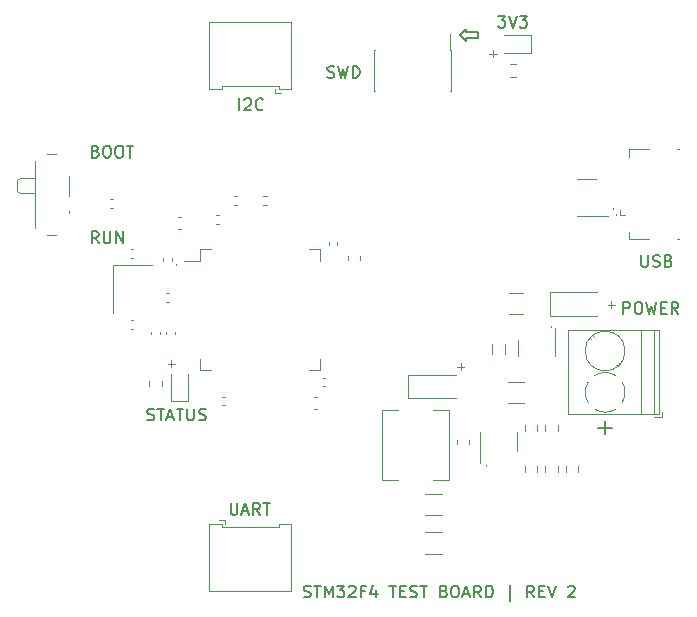
<source format=gbr>
%TF.GenerationSoftware,KiCad,Pcbnew,7.0.5*%
%TF.CreationDate,2023-06-12T20:17:58-07:00*%
%TF.ProjectId,kicad_tutorial,6b696361-645f-4747-9574-6f7269616c2e,rev?*%
%TF.SameCoordinates,Original*%
%TF.FileFunction,Legend,Top*%
%TF.FilePolarity,Positive*%
%FSLAX46Y46*%
G04 Gerber Fmt 4.6, Leading zero omitted, Abs format (unit mm)*
G04 Created by KiCad (PCBNEW 7.0.5) date 2023-06-12 20:17:58*
%MOMM*%
%LPD*%
G01*
G04 APERTURE LIST*
%ADD10C,0.150000*%
%ADD11C,0.100000*%
%ADD12C,0.120000*%
G04 APERTURE END LIST*
D10*
X143539160Y-124072200D02*
X143682017Y-124119819D01*
X143682017Y-124119819D02*
X143920112Y-124119819D01*
X143920112Y-124119819D02*
X144015350Y-124072200D01*
X144015350Y-124072200D02*
X144062969Y-124024580D01*
X144062969Y-124024580D02*
X144110588Y-123929342D01*
X144110588Y-123929342D02*
X144110588Y-123834104D01*
X144110588Y-123834104D02*
X144062969Y-123738866D01*
X144062969Y-123738866D02*
X144015350Y-123691247D01*
X144015350Y-123691247D02*
X143920112Y-123643628D01*
X143920112Y-123643628D02*
X143729636Y-123596009D01*
X143729636Y-123596009D02*
X143634398Y-123548390D01*
X143634398Y-123548390D02*
X143586779Y-123500771D01*
X143586779Y-123500771D02*
X143539160Y-123405533D01*
X143539160Y-123405533D02*
X143539160Y-123310295D01*
X143539160Y-123310295D02*
X143586779Y-123215057D01*
X143586779Y-123215057D02*
X143634398Y-123167438D01*
X143634398Y-123167438D02*
X143729636Y-123119819D01*
X143729636Y-123119819D02*
X143967731Y-123119819D01*
X143967731Y-123119819D02*
X144110588Y-123167438D01*
X144396303Y-123119819D02*
X144967731Y-123119819D01*
X144682017Y-124119819D02*
X144682017Y-123119819D01*
X145301065Y-124119819D02*
X145301065Y-123119819D01*
X145301065Y-123119819D02*
X145634398Y-123834104D01*
X145634398Y-123834104D02*
X145967731Y-123119819D01*
X145967731Y-123119819D02*
X145967731Y-124119819D01*
X146348684Y-123119819D02*
X146967731Y-123119819D01*
X146967731Y-123119819D02*
X146634398Y-123500771D01*
X146634398Y-123500771D02*
X146777255Y-123500771D01*
X146777255Y-123500771D02*
X146872493Y-123548390D01*
X146872493Y-123548390D02*
X146920112Y-123596009D01*
X146920112Y-123596009D02*
X146967731Y-123691247D01*
X146967731Y-123691247D02*
X146967731Y-123929342D01*
X146967731Y-123929342D02*
X146920112Y-124024580D01*
X146920112Y-124024580D02*
X146872493Y-124072200D01*
X146872493Y-124072200D02*
X146777255Y-124119819D01*
X146777255Y-124119819D02*
X146491541Y-124119819D01*
X146491541Y-124119819D02*
X146396303Y-124072200D01*
X146396303Y-124072200D02*
X146348684Y-124024580D01*
X147348684Y-123215057D02*
X147396303Y-123167438D01*
X147396303Y-123167438D02*
X147491541Y-123119819D01*
X147491541Y-123119819D02*
X147729636Y-123119819D01*
X147729636Y-123119819D02*
X147824874Y-123167438D01*
X147824874Y-123167438D02*
X147872493Y-123215057D01*
X147872493Y-123215057D02*
X147920112Y-123310295D01*
X147920112Y-123310295D02*
X147920112Y-123405533D01*
X147920112Y-123405533D02*
X147872493Y-123548390D01*
X147872493Y-123548390D02*
X147301065Y-124119819D01*
X147301065Y-124119819D02*
X147920112Y-124119819D01*
X148682017Y-123596009D02*
X148348684Y-123596009D01*
X148348684Y-124119819D02*
X148348684Y-123119819D01*
X148348684Y-123119819D02*
X148824874Y-123119819D01*
X149634398Y-123453152D02*
X149634398Y-124119819D01*
X149396303Y-123072200D02*
X149158208Y-123786485D01*
X149158208Y-123786485D02*
X149777255Y-123786485D01*
X150777256Y-123119819D02*
X151348684Y-123119819D01*
X151062970Y-124119819D02*
X151062970Y-123119819D01*
X151682018Y-123596009D02*
X152015351Y-123596009D01*
X152158208Y-124119819D02*
X151682018Y-124119819D01*
X151682018Y-124119819D02*
X151682018Y-123119819D01*
X151682018Y-123119819D02*
X152158208Y-123119819D01*
X152539161Y-124072200D02*
X152682018Y-124119819D01*
X152682018Y-124119819D02*
X152920113Y-124119819D01*
X152920113Y-124119819D02*
X153015351Y-124072200D01*
X153015351Y-124072200D02*
X153062970Y-124024580D01*
X153062970Y-124024580D02*
X153110589Y-123929342D01*
X153110589Y-123929342D02*
X153110589Y-123834104D01*
X153110589Y-123834104D02*
X153062970Y-123738866D01*
X153062970Y-123738866D02*
X153015351Y-123691247D01*
X153015351Y-123691247D02*
X152920113Y-123643628D01*
X152920113Y-123643628D02*
X152729637Y-123596009D01*
X152729637Y-123596009D02*
X152634399Y-123548390D01*
X152634399Y-123548390D02*
X152586780Y-123500771D01*
X152586780Y-123500771D02*
X152539161Y-123405533D01*
X152539161Y-123405533D02*
X152539161Y-123310295D01*
X152539161Y-123310295D02*
X152586780Y-123215057D01*
X152586780Y-123215057D02*
X152634399Y-123167438D01*
X152634399Y-123167438D02*
X152729637Y-123119819D01*
X152729637Y-123119819D02*
X152967732Y-123119819D01*
X152967732Y-123119819D02*
X153110589Y-123167438D01*
X153396304Y-123119819D02*
X153967732Y-123119819D01*
X153682018Y-124119819D02*
X153682018Y-123119819D01*
X155396304Y-123596009D02*
X155539161Y-123643628D01*
X155539161Y-123643628D02*
X155586780Y-123691247D01*
X155586780Y-123691247D02*
X155634399Y-123786485D01*
X155634399Y-123786485D02*
X155634399Y-123929342D01*
X155634399Y-123929342D02*
X155586780Y-124024580D01*
X155586780Y-124024580D02*
X155539161Y-124072200D01*
X155539161Y-124072200D02*
X155443923Y-124119819D01*
X155443923Y-124119819D02*
X155062971Y-124119819D01*
X155062971Y-124119819D02*
X155062971Y-123119819D01*
X155062971Y-123119819D02*
X155396304Y-123119819D01*
X155396304Y-123119819D02*
X155491542Y-123167438D01*
X155491542Y-123167438D02*
X155539161Y-123215057D01*
X155539161Y-123215057D02*
X155586780Y-123310295D01*
X155586780Y-123310295D02*
X155586780Y-123405533D01*
X155586780Y-123405533D02*
X155539161Y-123500771D01*
X155539161Y-123500771D02*
X155491542Y-123548390D01*
X155491542Y-123548390D02*
X155396304Y-123596009D01*
X155396304Y-123596009D02*
X155062971Y-123596009D01*
X156253447Y-123119819D02*
X156443923Y-123119819D01*
X156443923Y-123119819D02*
X156539161Y-123167438D01*
X156539161Y-123167438D02*
X156634399Y-123262676D01*
X156634399Y-123262676D02*
X156682018Y-123453152D01*
X156682018Y-123453152D02*
X156682018Y-123786485D01*
X156682018Y-123786485D02*
X156634399Y-123976961D01*
X156634399Y-123976961D02*
X156539161Y-124072200D01*
X156539161Y-124072200D02*
X156443923Y-124119819D01*
X156443923Y-124119819D02*
X156253447Y-124119819D01*
X156253447Y-124119819D02*
X156158209Y-124072200D01*
X156158209Y-124072200D02*
X156062971Y-123976961D01*
X156062971Y-123976961D02*
X156015352Y-123786485D01*
X156015352Y-123786485D02*
X156015352Y-123453152D01*
X156015352Y-123453152D02*
X156062971Y-123262676D01*
X156062971Y-123262676D02*
X156158209Y-123167438D01*
X156158209Y-123167438D02*
X156253447Y-123119819D01*
X157062971Y-123834104D02*
X157539161Y-123834104D01*
X156967733Y-124119819D02*
X157301066Y-123119819D01*
X157301066Y-123119819D02*
X157634399Y-124119819D01*
X158539161Y-124119819D02*
X158205828Y-123643628D01*
X157967733Y-124119819D02*
X157967733Y-123119819D01*
X157967733Y-123119819D02*
X158348685Y-123119819D01*
X158348685Y-123119819D02*
X158443923Y-123167438D01*
X158443923Y-123167438D02*
X158491542Y-123215057D01*
X158491542Y-123215057D02*
X158539161Y-123310295D01*
X158539161Y-123310295D02*
X158539161Y-123453152D01*
X158539161Y-123453152D02*
X158491542Y-123548390D01*
X158491542Y-123548390D02*
X158443923Y-123596009D01*
X158443923Y-123596009D02*
X158348685Y-123643628D01*
X158348685Y-123643628D02*
X157967733Y-123643628D01*
X158967733Y-124119819D02*
X158967733Y-123119819D01*
X158967733Y-123119819D02*
X159205828Y-123119819D01*
X159205828Y-123119819D02*
X159348685Y-123167438D01*
X159348685Y-123167438D02*
X159443923Y-123262676D01*
X159443923Y-123262676D02*
X159491542Y-123357914D01*
X159491542Y-123357914D02*
X159539161Y-123548390D01*
X159539161Y-123548390D02*
X159539161Y-123691247D01*
X159539161Y-123691247D02*
X159491542Y-123881723D01*
X159491542Y-123881723D02*
X159443923Y-123976961D01*
X159443923Y-123976961D02*
X159348685Y-124072200D01*
X159348685Y-124072200D02*
X159205828Y-124119819D01*
X159205828Y-124119819D02*
X158967733Y-124119819D01*
X160967733Y-124453152D02*
X160967733Y-123024580D01*
X163015352Y-124119819D02*
X162682019Y-123643628D01*
X162443924Y-124119819D02*
X162443924Y-123119819D01*
X162443924Y-123119819D02*
X162824876Y-123119819D01*
X162824876Y-123119819D02*
X162920114Y-123167438D01*
X162920114Y-123167438D02*
X162967733Y-123215057D01*
X162967733Y-123215057D02*
X163015352Y-123310295D01*
X163015352Y-123310295D02*
X163015352Y-123453152D01*
X163015352Y-123453152D02*
X162967733Y-123548390D01*
X162967733Y-123548390D02*
X162920114Y-123596009D01*
X162920114Y-123596009D02*
X162824876Y-123643628D01*
X162824876Y-123643628D02*
X162443924Y-123643628D01*
X163443924Y-123596009D02*
X163777257Y-123596009D01*
X163920114Y-124119819D02*
X163443924Y-124119819D01*
X163443924Y-124119819D02*
X163443924Y-123119819D01*
X163443924Y-123119819D02*
X163920114Y-123119819D01*
X164205829Y-123119819D02*
X164539162Y-124119819D01*
X164539162Y-124119819D02*
X164872495Y-123119819D01*
X165920115Y-123215057D02*
X165967734Y-123167438D01*
X165967734Y-123167438D02*
X166062972Y-123119819D01*
X166062972Y-123119819D02*
X166301067Y-123119819D01*
X166301067Y-123119819D02*
X166396305Y-123167438D01*
X166396305Y-123167438D02*
X166443924Y-123215057D01*
X166443924Y-123215057D02*
X166491543Y-123310295D01*
X166491543Y-123310295D02*
X166491543Y-123405533D01*
X166491543Y-123405533D02*
X166443924Y-123548390D01*
X166443924Y-123548390D02*
X165872496Y-124119819D01*
X165872496Y-124119819D02*
X166491543Y-124119819D01*
X126158207Y-94119819D02*
X125824874Y-93643628D01*
X125586779Y-94119819D02*
X125586779Y-93119819D01*
X125586779Y-93119819D02*
X125967731Y-93119819D01*
X125967731Y-93119819D02*
X126062969Y-93167438D01*
X126062969Y-93167438D02*
X126110588Y-93215057D01*
X126110588Y-93215057D02*
X126158207Y-93310295D01*
X126158207Y-93310295D02*
X126158207Y-93453152D01*
X126158207Y-93453152D02*
X126110588Y-93548390D01*
X126110588Y-93548390D02*
X126062969Y-93596009D01*
X126062969Y-93596009D02*
X125967731Y-93643628D01*
X125967731Y-93643628D02*
X125586779Y-93643628D01*
X126586779Y-93119819D02*
X126586779Y-93929342D01*
X126586779Y-93929342D02*
X126634398Y-94024580D01*
X126634398Y-94024580D02*
X126682017Y-94072200D01*
X126682017Y-94072200D02*
X126777255Y-94119819D01*
X126777255Y-94119819D02*
X126967731Y-94119819D01*
X126967731Y-94119819D02*
X127062969Y-94072200D01*
X127062969Y-94072200D02*
X127110588Y-94024580D01*
X127110588Y-94024580D02*
X127158207Y-93929342D01*
X127158207Y-93929342D02*
X127158207Y-93119819D01*
X127634398Y-94119819D02*
X127634398Y-93119819D01*
X127634398Y-93119819D02*
X128205826Y-94119819D01*
X128205826Y-94119819D02*
X128205826Y-93119819D01*
D11*
X159256265Y-78092133D02*
X159865789Y-78092133D01*
X159561027Y-78396895D02*
X159561027Y-77787371D01*
X132006265Y-104342133D02*
X132615789Y-104342133D01*
X132311027Y-104646895D02*
X132311027Y-104037371D01*
D10*
X168455826Y-109737200D02*
X169598684Y-109737200D01*
X169027255Y-110308628D02*
X169027255Y-109165771D01*
D11*
X156506265Y-104592133D02*
X157115789Y-104592133D01*
X156811027Y-104896895D02*
X156811027Y-104287371D01*
X169256265Y-99342133D02*
X169865789Y-99342133D01*
X169561027Y-99646895D02*
X169561027Y-99037371D01*
D10*
X170000001Y-91750000D02*
G75*
G03*
X170000001Y-91750000I-1J0D01*
G01*
X157250000Y-76250000D02*
X158250000Y-76250000D01*
X158250000Y-76750000D01*
X157250000Y-76750000D01*
X157250000Y-77000000D01*
X156750000Y-76500000D01*
X157250000Y-76000000D01*
X157250000Y-76250000D01*
X169750001Y-91250000D02*
G75*
G03*
X169750001Y-91250000I-1J0D01*
G01*
X164500001Y-101250000D02*
G75*
G03*
X164500001Y-101250000I-1J0D01*
G01*
X159000001Y-113000000D02*
G75*
G03*
X159000001Y-113000000I-1J0D01*
G01*
X132750001Y-96000000D02*
G75*
G03*
X132750001Y-96000000I-1J0D01*
G01*
X130289160Y-109072200D02*
X130432017Y-109119819D01*
X130432017Y-109119819D02*
X130670112Y-109119819D01*
X130670112Y-109119819D02*
X130765350Y-109072200D01*
X130765350Y-109072200D02*
X130812969Y-109024580D01*
X130812969Y-109024580D02*
X130860588Y-108929342D01*
X130860588Y-108929342D02*
X130860588Y-108834104D01*
X130860588Y-108834104D02*
X130812969Y-108738866D01*
X130812969Y-108738866D02*
X130765350Y-108691247D01*
X130765350Y-108691247D02*
X130670112Y-108643628D01*
X130670112Y-108643628D02*
X130479636Y-108596009D01*
X130479636Y-108596009D02*
X130384398Y-108548390D01*
X130384398Y-108548390D02*
X130336779Y-108500771D01*
X130336779Y-108500771D02*
X130289160Y-108405533D01*
X130289160Y-108405533D02*
X130289160Y-108310295D01*
X130289160Y-108310295D02*
X130336779Y-108215057D01*
X130336779Y-108215057D02*
X130384398Y-108167438D01*
X130384398Y-108167438D02*
X130479636Y-108119819D01*
X130479636Y-108119819D02*
X130717731Y-108119819D01*
X130717731Y-108119819D02*
X130860588Y-108167438D01*
X131146303Y-108119819D02*
X131717731Y-108119819D01*
X131432017Y-109119819D02*
X131432017Y-108119819D01*
X132003446Y-108834104D02*
X132479636Y-108834104D01*
X131908208Y-109119819D02*
X132241541Y-108119819D01*
X132241541Y-108119819D02*
X132574874Y-109119819D01*
X132765351Y-108119819D02*
X133336779Y-108119819D01*
X133051065Y-109119819D02*
X133051065Y-108119819D01*
X133670113Y-108119819D02*
X133670113Y-108929342D01*
X133670113Y-108929342D02*
X133717732Y-109024580D01*
X133717732Y-109024580D02*
X133765351Y-109072200D01*
X133765351Y-109072200D02*
X133860589Y-109119819D01*
X133860589Y-109119819D02*
X134051065Y-109119819D01*
X134051065Y-109119819D02*
X134146303Y-109072200D01*
X134146303Y-109072200D02*
X134193922Y-109024580D01*
X134193922Y-109024580D02*
X134241541Y-108929342D01*
X134241541Y-108929342D02*
X134241541Y-108119819D01*
X134670113Y-109072200D02*
X134812970Y-109119819D01*
X134812970Y-109119819D02*
X135051065Y-109119819D01*
X135051065Y-109119819D02*
X135146303Y-109072200D01*
X135146303Y-109072200D02*
X135193922Y-109024580D01*
X135193922Y-109024580D02*
X135241541Y-108929342D01*
X135241541Y-108929342D02*
X135241541Y-108834104D01*
X135241541Y-108834104D02*
X135193922Y-108738866D01*
X135193922Y-108738866D02*
X135146303Y-108691247D01*
X135146303Y-108691247D02*
X135051065Y-108643628D01*
X135051065Y-108643628D02*
X134860589Y-108596009D01*
X134860589Y-108596009D02*
X134765351Y-108548390D01*
X134765351Y-108548390D02*
X134717732Y-108500771D01*
X134717732Y-108500771D02*
X134670113Y-108405533D01*
X134670113Y-108405533D02*
X134670113Y-108310295D01*
X134670113Y-108310295D02*
X134717732Y-108215057D01*
X134717732Y-108215057D02*
X134765351Y-108167438D01*
X134765351Y-108167438D02*
X134860589Y-108119819D01*
X134860589Y-108119819D02*
X135098684Y-108119819D01*
X135098684Y-108119819D02*
X135241541Y-108167438D01*
X159991541Y-74869819D02*
X160610588Y-74869819D01*
X160610588Y-74869819D02*
X160277255Y-75250771D01*
X160277255Y-75250771D02*
X160420112Y-75250771D01*
X160420112Y-75250771D02*
X160515350Y-75298390D01*
X160515350Y-75298390D02*
X160562969Y-75346009D01*
X160562969Y-75346009D02*
X160610588Y-75441247D01*
X160610588Y-75441247D02*
X160610588Y-75679342D01*
X160610588Y-75679342D02*
X160562969Y-75774580D01*
X160562969Y-75774580D02*
X160515350Y-75822200D01*
X160515350Y-75822200D02*
X160420112Y-75869819D01*
X160420112Y-75869819D02*
X160134398Y-75869819D01*
X160134398Y-75869819D02*
X160039160Y-75822200D01*
X160039160Y-75822200D02*
X159991541Y-75774580D01*
X160896303Y-74869819D02*
X161229636Y-75869819D01*
X161229636Y-75869819D02*
X161562969Y-74869819D01*
X161801065Y-74869819D02*
X162420112Y-74869819D01*
X162420112Y-74869819D02*
X162086779Y-75250771D01*
X162086779Y-75250771D02*
X162229636Y-75250771D01*
X162229636Y-75250771D02*
X162324874Y-75298390D01*
X162324874Y-75298390D02*
X162372493Y-75346009D01*
X162372493Y-75346009D02*
X162420112Y-75441247D01*
X162420112Y-75441247D02*
X162420112Y-75679342D01*
X162420112Y-75679342D02*
X162372493Y-75774580D01*
X162372493Y-75774580D02*
X162324874Y-75822200D01*
X162324874Y-75822200D02*
X162229636Y-75869819D01*
X162229636Y-75869819D02*
X161943922Y-75869819D01*
X161943922Y-75869819D02*
X161848684Y-75822200D01*
X161848684Y-75822200D02*
X161801065Y-75774580D01*
X145539160Y-80072200D02*
X145682017Y-80119819D01*
X145682017Y-80119819D02*
X145920112Y-80119819D01*
X145920112Y-80119819D02*
X146015350Y-80072200D01*
X146015350Y-80072200D02*
X146062969Y-80024580D01*
X146062969Y-80024580D02*
X146110588Y-79929342D01*
X146110588Y-79929342D02*
X146110588Y-79834104D01*
X146110588Y-79834104D02*
X146062969Y-79738866D01*
X146062969Y-79738866D02*
X146015350Y-79691247D01*
X146015350Y-79691247D02*
X145920112Y-79643628D01*
X145920112Y-79643628D02*
X145729636Y-79596009D01*
X145729636Y-79596009D02*
X145634398Y-79548390D01*
X145634398Y-79548390D02*
X145586779Y-79500771D01*
X145586779Y-79500771D02*
X145539160Y-79405533D01*
X145539160Y-79405533D02*
X145539160Y-79310295D01*
X145539160Y-79310295D02*
X145586779Y-79215057D01*
X145586779Y-79215057D02*
X145634398Y-79167438D01*
X145634398Y-79167438D02*
X145729636Y-79119819D01*
X145729636Y-79119819D02*
X145967731Y-79119819D01*
X145967731Y-79119819D02*
X146110588Y-79167438D01*
X146443922Y-79119819D02*
X146682017Y-80119819D01*
X146682017Y-80119819D02*
X146872493Y-79405533D01*
X146872493Y-79405533D02*
X147062969Y-80119819D01*
X147062969Y-80119819D02*
X147301065Y-79119819D01*
X147682017Y-80119819D02*
X147682017Y-79119819D01*
X147682017Y-79119819D02*
X147920112Y-79119819D01*
X147920112Y-79119819D02*
X148062969Y-79167438D01*
X148062969Y-79167438D02*
X148158207Y-79262676D01*
X148158207Y-79262676D02*
X148205826Y-79357914D01*
X148205826Y-79357914D02*
X148253445Y-79548390D01*
X148253445Y-79548390D02*
X148253445Y-79691247D01*
X148253445Y-79691247D02*
X148205826Y-79881723D01*
X148205826Y-79881723D02*
X148158207Y-79976961D01*
X148158207Y-79976961D02*
X148062969Y-80072200D01*
X148062969Y-80072200D02*
X147920112Y-80119819D01*
X147920112Y-80119819D02*
X147682017Y-80119819D01*
X125920112Y-86346009D02*
X126062969Y-86393628D01*
X126062969Y-86393628D02*
X126110588Y-86441247D01*
X126110588Y-86441247D02*
X126158207Y-86536485D01*
X126158207Y-86536485D02*
X126158207Y-86679342D01*
X126158207Y-86679342D02*
X126110588Y-86774580D01*
X126110588Y-86774580D02*
X126062969Y-86822200D01*
X126062969Y-86822200D02*
X125967731Y-86869819D01*
X125967731Y-86869819D02*
X125586779Y-86869819D01*
X125586779Y-86869819D02*
X125586779Y-85869819D01*
X125586779Y-85869819D02*
X125920112Y-85869819D01*
X125920112Y-85869819D02*
X126015350Y-85917438D01*
X126015350Y-85917438D02*
X126062969Y-85965057D01*
X126062969Y-85965057D02*
X126110588Y-86060295D01*
X126110588Y-86060295D02*
X126110588Y-86155533D01*
X126110588Y-86155533D02*
X126062969Y-86250771D01*
X126062969Y-86250771D02*
X126015350Y-86298390D01*
X126015350Y-86298390D02*
X125920112Y-86346009D01*
X125920112Y-86346009D02*
X125586779Y-86346009D01*
X126777255Y-85869819D02*
X126967731Y-85869819D01*
X126967731Y-85869819D02*
X127062969Y-85917438D01*
X127062969Y-85917438D02*
X127158207Y-86012676D01*
X127158207Y-86012676D02*
X127205826Y-86203152D01*
X127205826Y-86203152D02*
X127205826Y-86536485D01*
X127205826Y-86536485D02*
X127158207Y-86726961D01*
X127158207Y-86726961D02*
X127062969Y-86822200D01*
X127062969Y-86822200D02*
X126967731Y-86869819D01*
X126967731Y-86869819D02*
X126777255Y-86869819D01*
X126777255Y-86869819D02*
X126682017Y-86822200D01*
X126682017Y-86822200D02*
X126586779Y-86726961D01*
X126586779Y-86726961D02*
X126539160Y-86536485D01*
X126539160Y-86536485D02*
X126539160Y-86203152D01*
X126539160Y-86203152D02*
X126586779Y-86012676D01*
X126586779Y-86012676D02*
X126682017Y-85917438D01*
X126682017Y-85917438D02*
X126777255Y-85869819D01*
X127824874Y-85869819D02*
X128015350Y-85869819D01*
X128015350Y-85869819D02*
X128110588Y-85917438D01*
X128110588Y-85917438D02*
X128205826Y-86012676D01*
X128205826Y-86012676D02*
X128253445Y-86203152D01*
X128253445Y-86203152D02*
X128253445Y-86536485D01*
X128253445Y-86536485D02*
X128205826Y-86726961D01*
X128205826Y-86726961D02*
X128110588Y-86822200D01*
X128110588Y-86822200D02*
X128015350Y-86869819D01*
X128015350Y-86869819D02*
X127824874Y-86869819D01*
X127824874Y-86869819D02*
X127729636Y-86822200D01*
X127729636Y-86822200D02*
X127634398Y-86726961D01*
X127634398Y-86726961D02*
X127586779Y-86536485D01*
X127586779Y-86536485D02*
X127586779Y-86203152D01*
X127586779Y-86203152D02*
X127634398Y-86012676D01*
X127634398Y-86012676D02*
X127729636Y-85917438D01*
X127729636Y-85917438D02*
X127824874Y-85869819D01*
X128539160Y-85869819D02*
X129110588Y-85869819D01*
X128824874Y-86869819D02*
X128824874Y-85869819D01*
X170586779Y-100119819D02*
X170586779Y-99119819D01*
X170586779Y-99119819D02*
X170967731Y-99119819D01*
X170967731Y-99119819D02*
X171062969Y-99167438D01*
X171062969Y-99167438D02*
X171110588Y-99215057D01*
X171110588Y-99215057D02*
X171158207Y-99310295D01*
X171158207Y-99310295D02*
X171158207Y-99453152D01*
X171158207Y-99453152D02*
X171110588Y-99548390D01*
X171110588Y-99548390D02*
X171062969Y-99596009D01*
X171062969Y-99596009D02*
X170967731Y-99643628D01*
X170967731Y-99643628D02*
X170586779Y-99643628D01*
X171777255Y-99119819D02*
X171967731Y-99119819D01*
X171967731Y-99119819D02*
X172062969Y-99167438D01*
X172062969Y-99167438D02*
X172158207Y-99262676D01*
X172158207Y-99262676D02*
X172205826Y-99453152D01*
X172205826Y-99453152D02*
X172205826Y-99786485D01*
X172205826Y-99786485D02*
X172158207Y-99976961D01*
X172158207Y-99976961D02*
X172062969Y-100072200D01*
X172062969Y-100072200D02*
X171967731Y-100119819D01*
X171967731Y-100119819D02*
X171777255Y-100119819D01*
X171777255Y-100119819D02*
X171682017Y-100072200D01*
X171682017Y-100072200D02*
X171586779Y-99976961D01*
X171586779Y-99976961D02*
X171539160Y-99786485D01*
X171539160Y-99786485D02*
X171539160Y-99453152D01*
X171539160Y-99453152D02*
X171586779Y-99262676D01*
X171586779Y-99262676D02*
X171682017Y-99167438D01*
X171682017Y-99167438D02*
X171777255Y-99119819D01*
X172539160Y-99119819D02*
X172777255Y-100119819D01*
X172777255Y-100119819D02*
X172967731Y-99405533D01*
X172967731Y-99405533D02*
X173158207Y-100119819D01*
X173158207Y-100119819D02*
X173396303Y-99119819D01*
X173777255Y-99596009D02*
X174110588Y-99596009D01*
X174253445Y-100119819D02*
X173777255Y-100119819D01*
X173777255Y-100119819D02*
X173777255Y-99119819D01*
X173777255Y-99119819D02*
X174253445Y-99119819D01*
X175253445Y-100119819D02*
X174920112Y-99643628D01*
X174682017Y-100119819D02*
X174682017Y-99119819D01*
X174682017Y-99119819D02*
X175062969Y-99119819D01*
X175062969Y-99119819D02*
X175158207Y-99167438D01*
X175158207Y-99167438D02*
X175205826Y-99215057D01*
X175205826Y-99215057D02*
X175253445Y-99310295D01*
X175253445Y-99310295D02*
X175253445Y-99453152D01*
X175253445Y-99453152D02*
X175205826Y-99548390D01*
X175205826Y-99548390D02*
X175158207Y-99596009D01*
X175158207Y-99596009D02*
X175062969Y-99643628D01*
X175062969Y-99643628D02*
X174682017Y-99643628D01*
X172086779Y-95119819D02*
X172086779Y-95929342D01*
X172086779Y-95929342D02*
X172134398Y-96024580D01*
X172134398Y-96024580D02*
X172182017Y-96072200D01*
X172182017Y-96072200D02*
X172277255Y-96119819D01*
X172277255Y-96119819D02*
X172467731Y-96119819D01*
X172467731Y-96119819D02*
X172562969Y-96072200D01*
X172562969Y-96072200D02*
X172610588Y-96024580D01*
X172610588Y-96024580D02*
X172658207Y-95929342D01*
X172658207Y-95929342D02*
X172658207Y-95119819D01*
X173086779Y-96072200D02*
X173229636Y-96119819D01*
X173229636Y-96119819D02*
X173467731Y-96119819D01*
X173467731Y-96119819D02*
X173562969Y-96072200D01*
X173562969Y-96072200D02*
X173610588Y-96024580D01*
X173610588Y-96024580D02*
X173658207Y-95929342D01*
X173658207Y-95929342D02*
X173658207Y-95834104D01*
X173658207Y-95834104D02*
X173610588Y-95738866D01*
X173610588Y-95738866D02*
X173562969Y-95691247D01*
X173562969Y-95691247D02*
X173467731Y-95643628D01*
X173467731Y-95643628D02*
X173277255Y-95596009D01*
X173277255Y-95596009D02*
X173182017Y-95548390D01*
X173182017Y-95548390D02*
X173134398Y-95500771D01*
X173134398Y-95500771D02*
X173086779Y-95405533D01*
X173086779Y-95405533D02*
X173086779Y-95310295D01*
X173086779Y-95310295D02*
X173134398Y-95215057D01*
X173134398Y-95215057D02*
X173182017Y-95167438D01*
X173182017Y-95167438D02*
X173277255Y-95119819D01*
X173277255Y-95119819D02*
X173515350Y-95119819D01*
X173515350Y-95119819D02*
X173658207Y-95167438D01*
X174420112Y-95596009D02*
X174562969Y-95643628D01*
X174562969Y-95643628D02*
X174610588Y-95691247D01*
X174610588Y-95691247D02*
X174658207Y-95786485D01*
X174658207Y-95786485D02*
X174658207Y-95929342D01*
X174658207Y-95929342D02*
X174610588Y-96024580D01*
X174610588Y-96024580D02*
X174562969Y-96072200D01*
X174562969Y-96072200D02*
X174467731Y-96119819D01*
X174467731Y-96119819D02*
X174086779Y-96119819D01*
X174086779Y-96119819D02*
X174086779Y-95119819D01*
X174086779Y-95119819D02*
X174420112Y-95119819D01*
X174420112Y-95119819D02*
X174515350Y-95167438D01*
X174515350Y-95167438D02*
X174562969Y-95215057D01*
X174562969Y-95215057D02*
X174610588Y-95310295D01*
X174610588Y-95310295D02*
X174610588Y-95405533D01*
X174610588Y-95405533D02*
X174562969Y-95500771D01*
X174562969Y-95500771D02*
X174515350Y-95548390D01*
X174515350Y-95548390D02*
X174420112Y-95596009D01*
X174420112Y-95596009D02*
X174086779Y-95596009D01*
X137336779Y-116119819D02*
X137336779Y-116929342D01*
X137336779Y-116929342D02*
X137384398Y-117024580D01*
X137384398Y-117024580D02*
X137432017Y-117072200D01*
X137432017Y-117072200D02*
X137527255Y-117119819D01*
X137527255Y-117119819D02*
X137717731Y-117119819D01*
X137717731Y-117119819D02*
X137812969Y-117072200D01*
X137812969Y-117072200D02*
X137860588Y-117024580D01*
X137860588Y-117024580D02*
X137908207Y-116929342D01*
X137908207Y-116929342D02*
X137908207Y-116119819D01*
X138336779Y-116834104D02*
X138812969Y-116834104D01*
X138241541Y-117119819D02*
X138574874Y-116119819D01*
X138574874Y-116119819D02*
X138908207Y-117119819D01*
X139812969Y-117119819D02*
X139479636Y-116643628D01*
X139241541Y-117119819D02*
X139241541Y-116119819D01*
X139241541Y-116119819D02*
X139622493Y-116119819D01*
X139622493Y-116119819D02*
X139717731Y-116167438D01*
X139717731Y-116167438D02*
X139765350Y-116215057D01*
X139765350Y-116215057D02*
X139812969Y-116310295D01*
X139812969Y-116310295D02*
X139812969Y-116453152D01*
X139812969Y-116453152D02*
X139765350Y-116548390D01*
X139765350Y-116548390D02*
X139717731Y-116596009D01*
X139717731Y-116596009D02*
X139622493Y-116643628D01*
X139622493Y-116643628D02*
X139241541Y-116643628D01*
X140098684Y-116119819D02*
X140670112Y-116119819D01*
X140384398Y-117119819D02*
X140384398Y-116119819D01*
X138086779Y-82869819D02*
X138086779Y-81869819D01*
X138515350Y-81965057D02*
X138562969Y-81917438D01*
X138562969Y-81917438D02*
X138658207Y-81869819D01*
X138658207Y-81869819D02*
X138896302Y-81869819D01*
X138896302Y-81869819D02*
X138991540Y-81917438D01*
X138991540Y-81917438D02*
X139039159Y-81965057D01*
X139039159Y-81965057D02*
X139086778Y-82060295D01*
X139086778Y-82060295D02*
X139086778Y-82155533D01*
X139086778Y-82155533D02*
X139039159Y-82298390D01*
X139039159Y-82298390D02*
X138467731Y-82869819D01*
X138467731Y-82869819D02*
X139086778Y-82869819D01*
X140086778Y-82774580D02*
X140039159Y-82822200D01*
X140039159Y-82822200D02*
X139896302Y-82869819D01*
X139896302Y-82869819D02*
X139801064Y-82869819D01*
X139801064Y-82869819D02*
X139658207Y-82822200D01*
X139658207Y-82822200D02*
X139562969Y-82726961D01*
X139562969Y-82726961D02*
X139515350Y-82631723D01*
X139515350Y-82631723D02*
X139467731Y-82441247D01*
X139467731Y-82441247D02*
X139467731Y-82298390D01*
X139467731Y-82298390D02*
X139515350Y-82107914D01*
X139515350Y-82107914D02*
X139562969Y-82012676D01*
X139562969Y-82012676D02*
X139658207Y-81917438D01*
X139658207Y-81917438D02*
X139801064Y-81869819D01*
X139801064Y-81869819D02*
X139896302Y-81869819D01*
X139896302Y-81869819D02*
X140039159Y-81917438D01*
X140039159Y-81917438D02*
X140086778Y-81965057D01*
D12*
%TO.C,R8*%
X166772500Y-113012742D02*
X166772500Y-113487258D01*
X165727500Y-113012742D02*
X165727500Y-113487258D01*
%TO.C,L2*%
X155847500Y-108240000D02*
X154497500Y-108240000D01*
X155847500Y-108240000D02*
X155847500Y-114160000D01*
X150127500Y-108240000D02*
X151477500Y-108240000D01*
X150127500Y-108240000D02*
X150127500Y-114160000D01*
X155847500Y-114160000D02*
X154497500Y-114160000D01*
X150127500Y-114160000D02*
X151477500Y-114160000D01*
%TO.C,D3*%
X164390000Y-98250000D02*
X164390000Y-100250000D01*
X164390000Y-98250000D02*
X168400000Y-98250000D01*
X164390000Y-100250000D02*
X168400000Y-100250000D01*
%TO.C,C3*%
X133140580Y-92890000D02*
X132859420Y-92890000D01*
X133140580Y-91870000D02*
X132859420Y-91870000D01*
%TO.C,C8*%
X136142164Y-91770000D02*
X136357836Y-91770000D01*
X136142164Y-92490000D02*
X136357836Y-92490000D01*
%TO.C,R10*%
X137903641Y-90880000D02*
X137596359Y-90880000D01*
X137903641Y-90120000D02*
X137596359Y-90120000D01*
%TO.C,U1*%
X158440000Y-110950000D02*
X158440000Y-112750000D01*
X158440000Y-110950000D02*
X158440000Y-110150000D01*
X161560000Y-110950000D02*
X161560000Y-111750000D01*
X161560000Y-110950000D02*
X161560000Y-110150000D01*
%TO.C,C15*%
X153788748Y-115340000D02*
X155211252Y-115340000D01*
X153788748Y-117160000D02*
X155211252Y-117160000D01*
%TO.C,C6*%
X145142164Y-105520000D02*
X145357836Y-105520000D01*
X145142164Y-106240000D02*
X145357836Y-106240000D01*
%TO.C,D1*%
X132260000Y-107485000D02*
X133730000Y-107485000D01*
X133730000Y-107485000D02*
X133730000Y-105200000D01*
X132260000Y-105200000D02*
X132260000Y-107485000D01*
%TO.C,R2*%
X131846359Y-98370000D02*
X132153641Y-98370000D01*
X131846359Y-99130000D02*
X132153641Y-99130000D01*
%TO.C,Y1*%
X130645000Y-96000000D02*
X127345000Y-96000000D01*
X127345000Y-96000000D02*
X127345000Y-100000000D01*
%TO.C,C16*%
X153813748Y-118590000D02*
X155236252Y-118590000D01*
X153813748Y-120410000D02*
X155236252Y-120410000D01*
%TO.C,J4*%
X135515000Y-117890000D02*
X135515000Y-123610000D01*
X135515000Y-123610000D02*
X139000000Y-123610000D01*
X136585000Y-117890000D02*
X135515000Y-117890000D01*
X136585000Y-118190000D02*
X136585000Y-117890000D01*
X136875000Y-117600000D02*
X136375000Y-117600000D01*
X136875000Y-117900000D02*
X136875000Y-117600000D01*
X139000000Y-118190000D02*
X136585000Y-118190000D01*
X139000000Y-118190000D02*
X141415000Y-118190000D01*
X141415000Y-117890000D02*
X142485000Y-117890000D01*
X141415000Y-118190000D02*
X141415000Y-117890000D01*
X142485000Y-117890000D02*
X142485000Y-123610000D01*
X142485000Y-123610000D02*
X139000000Y-123610000D01*
%TO.C,R7*%
X163977500Y-113487258D02*
X163977500Y-113012742D01*
X165022500Y-113487258D02*
X165022500Y-113012742D01*
%TO.C,C4*%
X131635000Y-95607836D02*
X131635000Y-95392164D01*
X132355000Y-95607836D02*
X132355000Y-95392164D01*
%TO.C,C2*%
X144359420Y-107120000D02*
X144640580Y-107120000D01*
X144359420Y-108140000D02*
X144640580Y-108140000D01*
%TO.C,U2*%
X134710000Y-94640000D02*
X134710000Y-95590000D01*
X134710000Y-95590000D02*
X133370000Y-95590000D01*
X134710000Y-104860000D02*
X134710000Y-103910000D01*
X135660000Y-94640000D02*
X134710000Y-94640000D01*
X135660000Y-104860000D02*
X134710000Y-104860000D01*
X143980000Y-94640000D02*
X144930000Y-94640000D01*
X143980000Y-104860000D02*
X144930000Y-104860000D01*
X144930000Y-94640000D02*
X144930000Y-95590000D01*
X144930000Y-104860000D02*
X144930000Y-103910000D01*
%TO.C,FB1*%
X160560000Y-102687878D02*
X160560000Y-103487122D01*
X159440000Y-102687878D02*
X159440000Y-103487122D01*
%TO.C,R9*%
X140096359Y-90120000D02*
X140403641Y-90120000D01*
X140096359Y-90880000D02*
X140403641Y-90880000D01*
%TO.C,SW1*%
X121790000Y-93450000D02*
X122580000Y-93450000D01*
X123630000Y-91400000D02*
X123630000Y-91600000D01*
X119490000Y-89900000D02*
X120780000Y-89900000D01*
X119490000Y-89900000D02*
X119280000Y-89700000D01*
X119280000Y-88800000D02*
X119280000Y-89700000D01*
X119490000Y-88600000D02*
X119280000Y-88800000D01*
X120780000Y-88600000D02*
X119490000Y-88600000D01*
X123630000Y-88400000D02*
X123630000Y-90100000D01*
X120780000Y-87150000D02*
X120780000Y-92850000D01*
X122580000Y-86550000D02*
X121790000Y-86550000D01*
%TO.C,C10*%
X131885000Y-101837836D02*
X131885000Y-101622164D01*
X132605000Y-101837836D02*
X132605000Y-101622164D01*
%TO.C,D2*%
X152390000Y-105250000D02*
X152390000Y-107250000D01*
X152390000Y-105250000D02*
X156400000Y-105250000D01*
X152390000Y-107250000D02*
X156400000Y-107250000D01*
%TO.C,C14*%
X156490000Y-111090580D02*
X156490000Y-110809420D01*
X157510000Y-111090580D02*
X157510000Y-110809420D01*
%TO.C,C12*%
X128887164Y-94640000D02*
X129102836Y-94640000D01*
X128887164Y-95360000D02*
X129102836Y-95360000D01*
%TO.C,J3*%
X142485000Y-81110000D02*
X142485000Y-75390000D01*
X142485000Y-75390000D02*
X139000000Y-75390000D01*
X141415000Y-81110000D02*
X142485000Y-81110000D01*
X141415000Y-80810000D02*
X141415000Y-81110000D01*
X141125000Y-81400000D02*
X141625000Y-81400000D01*
X141125000Y-81100000D02*
X141125000Y-81400000D01*
X139000000Y-80810000D02*
X141415000Y-80810000D01*
X139000000Y-80810000D02*
X136585000Y-80810000D01*
X136585000Y-81110000D02*
X135515000Y-81110000D01*
X136585000Y-80810000D02*
X136585000Y-81110000D01*
X135515000Y-81110000D02*
X135515000Y-75390000D01*
X135515000Y-75390000D02*
X139000000Y-75390000D01*
%TO.C,C1*%
X147240000Y-95520580D02*
X147240000Y-95239420D01*
X148260000Y-95520580D02*
X148260000Y-95239420D01*
%TO.C,C11*%
X129102836Y-101360000D02*
X128887164Y-101360000D01*
X129102836Y-100640000D02*
X128887164Y-100640000D01*
%TO.C,D4*%
X162735000Y-77985000D02*
X162735000Y-76515000D01*
X162735000Y-76515000D02*
X160450000Y-76515000D01*
X160450000Y-77985000D02*
X162735000Y-77985000D01*
%TO.C,R1*%
X127403641Y-91130000D02*
X127096359Y-91130000D01*
X127403641Y-90370000D02*
X127096359Y-90370000D01*
%TO.C,U3*%
X167500000Y-91810000D02*
X169300000Y-91810000D01*
X167500000Y-91810000D02*
X166700000Y-91810000D01*
X167500000Y-88690000D02*
X168300000Y-88690000D01*
X167500000Y-88690000D02*
X166700000Y-88690000D01*
%TO.C,F1*%
X162102064Y-100160000D02*
X160897936Y-100160000D01*
X162102064Y-98340000D02*
X160897936Y-98340000D01*
%TO.C,Q1*%
X164810000Y-103000000D02*
X164810000Y-101325000D01*
X164810000Y-103000000D02*
X164810000Y-103650000D01*
X161690000Y-103000000D02*
X161690000Y-102350000D01*
X161690000Y-103000000D02*
X161690000Y-103650000D01*
%TO.C,J2*%
X155920000Y-76410000D02*
X155920000Y-77735000D01*
X155985000Y-77735000D02*
X155920000Y-77735000D01*
X155985000Y-77735000D02*
X155985000Y-81265000D01*
X149580000Y-77735000D02*
X149515000Y-77735000D01*
X149515000Y-77735000D02*
X149515000Y-81265000D01*
X155985000Y-81265000D02*
X155920000Y-81265000D01*
X149580000Y-81265000D02*
X149515000Y-81265000D01*
%TO.C,R6*%
X163272500Y-113012742D02*
X163272500Y-113487258D01*
X162227500Y-113012742D02*
X162227500Y-113487258D01*
%TO.C,R4*%
X162227500Y-109987258D02*
X162227500Y-109512742D01*
X163272500Y-109987258D02*
X163272500Y-109512742D01*
%TO.C,C5*%
X136857836Y-107860000D02*
X136642164Y-107860000D01*
X136857836Y-107140000D02*
X136642164Y-107140000D01*
%TO.C,C7*%
X145640000Y-94237836D02*
X145640000Y-94022164D01*
X146360000Y-94237836D02*
X146360000Y-94022164D01*
%TO.C,J1*%
X173210000Y-108800000D02*
X173850000Y-108800000D01*
X173850000Y-108800000D02*
X173850000Y-108400000D01*
X165890000Y-108560000D02*
X173610000Y-108560000D01*
X165890000Y-108560000D02*
X165890000Y-101440000D01*
X172050000Y-108560000D02*
X172050000Y-101440000D01*
X173150000Y-108560000D02*
X173150000Y-101440000D01*
X173610000Y-108560000D02*
X173610000Y-101440000D01*
X169991000Y-104395000D02*
X170119000Y-104524000D01*
X170231000Y-104225000D02*
X170324000Y-104319000D01*
X167775000Y-102180000D02*
X167869000Y-102274000D01*
X167981000Y-101975000D02*
X168109000Y-102104000D01*
X165890000Y-101440000D02*
X173610000Y-101440000D01*
X168184000Y-108190000D02*
G75*
G03*
X169939894Y-108175358I866000J1439998D01*
G01*
X167610000Y-105884000D02*
G75*
G03*
X167624642Y-107639894I1439998J-866000D01*
G01*
X170490000Y-107616000D02*
G75*
G03*
X170730098Y-106721326I-1440014J866003D01*
G01*
X170729999Y-106750000D02*
G75*
G03*
X170474720Y-105859736I-1679989J3D01*
G01*
X169940999Y-105325001D02*
G75*
G03*
X168159808Y-105324497I-890999J-1425002D01*
G01*
X170730000Y-103250000D02*
G75*
G03*
X170730000Y-103250000I-1680000J0D01*
G01*
%TO.C,R5*%
X165022500Y-109512742D02*
X165022500Y-109987258D01*
X163977500Y-109512742D02*
X163977500Y-109987258D01*
%TO.C,C9*%
X130635000Y-101837836D02*
X130635000Y-101622164D01*
X131355000Y-101837836D02*
X131355000Y-101622164D01*
%TO.C,R3*%
X131517500Y-105762742D02*
X131517500Y-106237258D01*
X130472500Y-105762742D02*
X130472500Y-106237258D01*
%TO.C,J5*%
X171040000Y-93810000D02*
X171040000Y-93150000D01*
X172770000Y-93810000D02*
X171040000Y-93810000D01*
X175340000Y-93810000D02*
X175130000Y-93810000D01*
X170340000Y-91760000D02*
X170730000Y-91760000D01*
X170340000Y-91760000D02*
X170340000Y-91310000D01*
X171040000Y-86190000D02*
X171040000Y-86840000D01*
X172770000Y-86190000D02*
X171040000Y-86190000D01*
X175340000Y-86190000D02*
X175130000Y-86190000D01*
%TO.C,C13*%
X160788748Y-105840000D02*
X162211252Y-105840000D01*
X160788748Y-107660000D02*
X162211252Y-107660000D01*
%TO.C,R11*%
X161012742Y-78977500D02*
X161487258Y-78977500D01*
X161012742Y-80022500D02*
X161487258Y-80022500D01*
%TD*%
M02*

</source>
